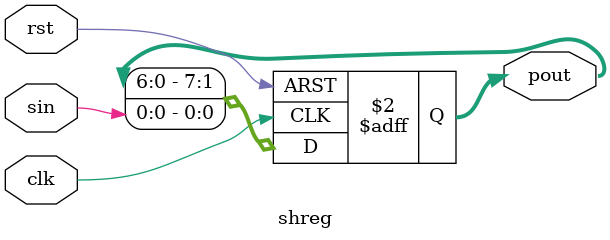
<source format=v>
`timescale 1ns / 1ps
module shreg(
    input clk,
    input rst,
    input sin,
    output reg [7:0] pout
    );

always @(posedge clk, posedge rst)
        if(rst)
                pout <= 8'b0;
        else
                pout <= {pout[6:0], sin};
                


endmodule

</source>
